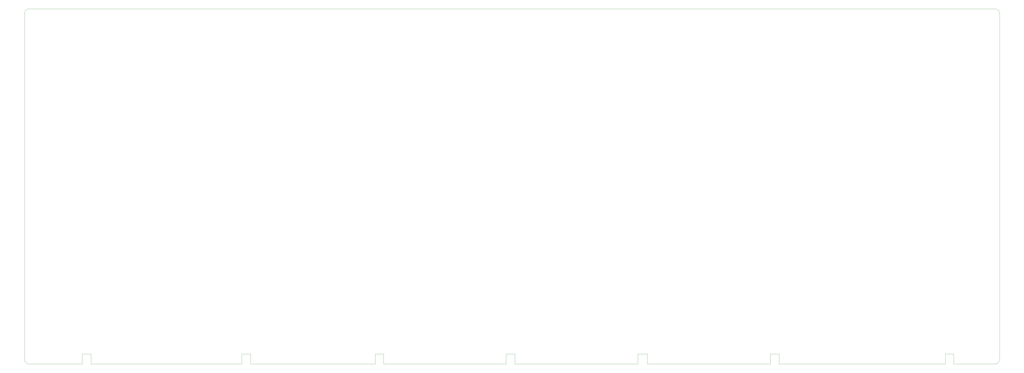
<source format=gm1>
G04 #@! TF.GenerationSoftware,KiCad,Pcbnew,(6.0.1-0)*
G04 #@! TF.CreationDate,2023-04-15T21:23:19-07:00*
G04 #@! TF.ProjectId,pcb,7063622e-6b69-4636-9164-5f7063625858,rev?*
G04 #@! TF.SameCoordinates,Original*
G04 #@! TF.FileFunction,Profile,NP*
%FSLAX46Y46*%
G04 Gerber Fmt 4.6, Leading zero omitted, Abs format (unit mm)*
G04 Created by KiCad (PCBNEW (6.0.1-0)) date 2023-04-15 21:23:19*
%MOMM*%
%LPD*%
G01*
G04 APERTURE LIST*
G04 #@! TA.AperFunction,Profile*
%ADD10C,0.100000*%
G04 #@! TD*
G04 APERTURE END LIST*
D10*
X388620000Y-194056000D02*
X464820000Y-194056000D01*
X44704000Y-31242000D02*
G75*
G03*
X42672000Y-33274000I0J-2032000D01*
G01*
X42672000Y-33274000D02*
X42672000Y-192024000D01*
X69088000Y-189484000D02*
X73152000Y-189484000D01*
X267462000Y-189484000D02*
X267462000Y-194056000D01*
X464820000Y-194056000D02*
X464820000Y-189484000D01*
X464820000Y-189484000D02*
X468630000Y-189484000D01*
X323850000Y-189484000D02*
X328168000Y-189484000D01*
X468630000Y-189484000D02*
X468630000Y-194056000D01*
X73152000Y-194056000D02*
X142240000Y-194056000D01*
X487680000Y-194056000D02*
G75*
G03*
X489712000Y-192024000I0J2032000D01*
G01*
X328168000Y-194056000D02*
X384556000Y-194056000D01*
X146304000Y-194056000D02*
X203454000Y-194056000D01*
X263398000Y-194056000D02*
X263398000Y-189484000D01*
X384556000Y-194056000D02*
X384556000Y-189484000D01*
X323850000Y-194056000D02*
X323850000Y-189484000D01*
X69088000Y-194056000D02*
X69088000Y-189484000D01*
X489712000Y-192024000D02*
X489712000Y-33274000D01*
X73152000Y-189484000D02*
X73152000Y-194056000D01*
X207264000Y-194056000D02*
X263398000Y-194056000D01*
X142240000Y-189484000D02*
X146304000Y-189484000D01*
X388620000Y-189484000D02*
X388620000Y-194056000D01*
X384556000Y-189484000D02*
X388620000Y-189484000D01*
X487680000Y-31242000D02*
X44704000Y-31242000D01*
X468630000Y-194056000D02*
X487680000Y-194056000D01*
X44704000Y-194056000D02*
X69088000Y-194056000D01*
X267462000Y-194056000D02*
X323850000Y-194056000D01*
X146304000Y-189484000D02*
X146304000Y-194056000D01*
X142240000Y-194056000D02*
X142240000Y-189484000D01*
X42672000Y-192024000D02*
G75*
G03*
X44704000Y-194056000I2032000J0D01*
G01*
X263398000Y-189484000D02*
X267462000Y-189484000D01*
X203454000Y-194056000D02*
X203454000Y-189484000D01*
X207264000Y-189484000D02*
X207264000Y-194056000D01*
X328168000Y-189484000D02*
X328168000Y-194056000D01*
X203454000Y-189484000D02*
X207264000Y-189484000D01*
X489712000Y-33274000D02*
G75*
G03*
X487680000Y-31242000I-2032000J0D01*
G01*
M02*

</source>
